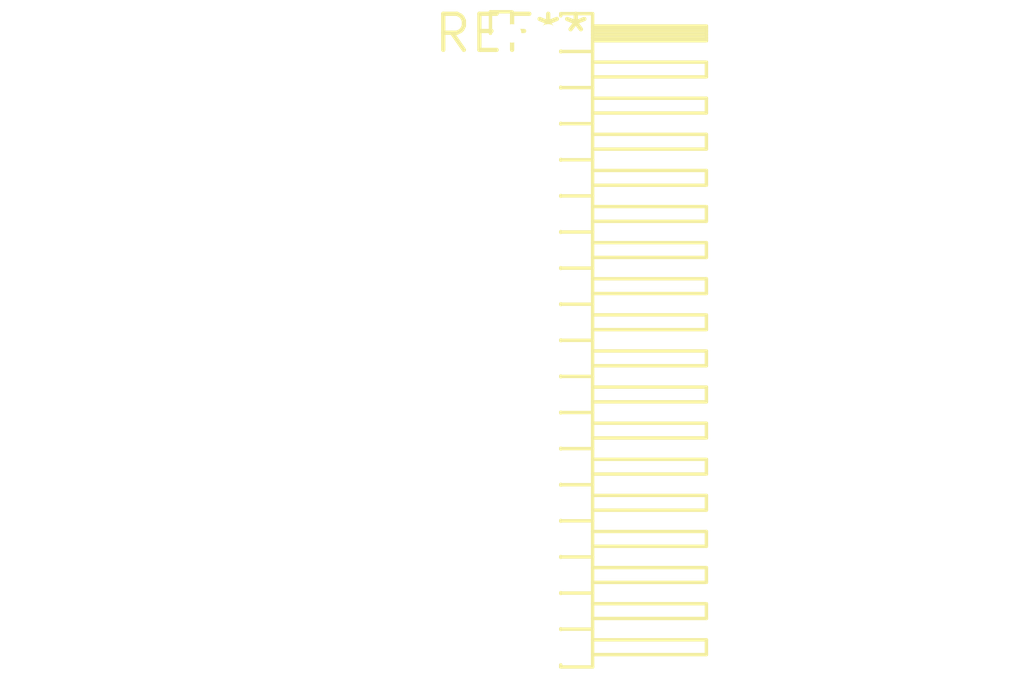
<source format=kicad_pcb>
(kicad_pcb (version 20240108) (generator pcbnew)
  (layers (0 "F.Cu" signal) (31 "B.Cu" signal) (34 "B.Paste" user) (35 "F.Paste" user) (36 "B.SilkS" user "B.Silkscreen") (37 "F.SilkS" user "F.Silkscreen") (38 "B.Mask" user) (39 "F.Mask" user) (44 "Edge.Cuts" user))
  (net 0 "")
  (footprint "PinHeader_2x18_P1.27mm_Horizontal" (layer "F.Cu") (at 0 0)
    (property "Reference" "REF**")
    (property "Value" "PinHeader_2x18_P1.27mm_Horizontal")
    (fp_line (start -0.76 -0.76) (end 0 -0.76) (layer "F.SilkS") (stroke (width 0.12)))
    (fp_line (start -0.76 0) (end -0.76 -0.76) (layer "F.SilkS") (stroke (width 0.12)))
    (fp_line (start 1.71 -0.695) (end 2.83 -0.695) (layer "F.SilkS") (stroke (width 0.12)))
    (fp_line (start 1.71 -0.619677) (end 1.71 -0.695) (layer "F.SilkS") (stroke (width 0.12)))
    (fp_line (start 1.71 0.619677) (end 1.71 0.650323) (layer "F.SilkS") (stroke (width 0.12)))
    (fp_line (start 1.71 0.635) (end 2.83 0.635) (layer "F.SilkS") (stroke (width 0.12)))
    (fp_line (start 1.71 1.889677) (end 1.71 1.920323) (layer "F.SilkS") (stroke (width 0.12)))
    (fp_line (start 1.71 1.905) (end 2.83 1.905) (layer "F.SilkS") (stroke (width 0.12)))
    (fp_line (start 1.71 3.159677) (end 1.71 3.190323) (layer "F.SilkS") (stroke (width 0.12)))
    (fp_line (start 1.71 3.175) (end 2.83 3.175) (layer "F.SilkS") (stroke (width 0.12)))
    (fp_line (start 1.71 4.429677) (end 1.71 4.460323) (layer "F.SilkS") (stroke (width 0.12)))
    (fp_line (start 1.71 4.445) (end 2.83 4.445) (layer "F.SilkS") (stroke (width 0.12)))
    (fp_line (start 1.71 5.699677) (end 1.71 5.730323) (layer "F.SilkS") (stroke (width 0.12)))
    (fp_line (start 1.71 5.715) (end 2.83 5.715) (layer "F.SilkS") (stroke (width 0.12)))
    (fp_line (start 1.71 6.969677) (end 1.71 7.000323) (layer "F.SilkS") (stroke (width 0.12)))
    (fp_line (start 1.71 6.985) (end 2.83 6.985) (layer "F.SilkS") (stroke (width 0.12)))
    (fp_line (start 1.71 8.239677) (end 1.71 8.270323) (layer "F.SilkS") (stroke (width 0.12)))
    (fp_line (start 1.71 8.255) (end 2.83 8.255) (layer "F.SilkS") (stroke (width 0.12)))
    (fp_line (start 1.71 9.509677) (end 1.71 9.540323) (layer "F.SilkS") (stroke (width 0.12)))
    (fp_line (start 1.71 9.525) (end 2.83 9.525) (layer "F.SilkS") (stroke (width 0.12)))
    (fp_line (start 1.71 10.779677) (end 1.71 10.810323) (layer "F.SilkS") (stroke (width 0.12)))
    (fp_line (start 1.71 10.795) (end 2.83 10.795) (layer "F.SilkS") (stroke (width 0.12)))
    (fp_line (start 1.71 12.049677) (end 1.71 12.080323) (layer "F.SilkS") (stroke (width 0.12)))
    (fp_line (start 1.71 12.065) (end 2.83 12.065) (layer "F.SilkS") (stroke (width 0.12)))
    (fp_line (start 1.71 13.319677) (end 1.71 13.350323) (layer "F.SilkS") (stroke (width 0.12)))
    (fp_line (start 1.71 13.335) (end 2.83 13.335) (layer "F.SilkS") (stroke (width 0.12)))
    (fp_line (start 1.71 14.589677) (end 1.71 14.620323) (layer "F.SilkS") (stroke (width 0.12)))
    (fp_line (start 1.71 14.605) (end 2.83 14.605) (layer "F.SilkS") (stroke (width 0.12)))
    (fp_line (start 1.71 15.859677) (end 1.71 15.890323) (layer "F.SilkS") (stroke (width 0.12)))
    (fp_line (start 1.71 15.875) (end 2.83 15.875) (layer "F.SilkS") (stroke (width 0.12)))
    (fp_line (start 1.71 17.129677) (end 1.71 17.160323) (layer "F.SilkS") (stroke (width 0.12)))
    (fp_line (start 1.71 17.145) (end 2.83 17.145) (layer "F.SilkS") (stroke (width 0.12)))
    (fp_line (start 1.71 18.399677) (end 1.71 18.430323) (layer "F.SilkS") (stroke (width 0.12)))
    (fp_line (start 1.71 18.415) (end 2.83 18.415) (layer "F.SilkS") (stroke (width 0.12)))
    (fp_line (start 1.71 19.669677) (end 1.71 19.700323) (layer "F.SilkS") (stroke (width 0.12)))
    (fp_line (start 1.71 19.685) (end 2.83 19.685) (layer "F.SilkS") (stroke (width 0.12)))
    (fp_line (start 1.71 20.939677) (end 1.71 20.970323) (layer "F.SilkS") (stroke (width 0.12)))
    (fp_line (start 1.71 20.955) (end 2.83 20.955) (layer "F.SilkS") (stroke (width 0.12)))
    (fp_line (start 1.71 22.285) (end 1.71 22.209677) (layer "F.SilkS") (stroke (width 0.12)))
    (fp_line (start 2.83 -0.695) (end 2.83 22.285) (layer "F.SilkS") (stroke (width 0.12)))
    (fp_line (start 2.83 -0.26) (end 6.83 -0.26) (layer "F.SilkS") (stroke (width 0.12)))
    (fp_line (start 2.83 -0.2) (end 6.83 -0.2) (layer "F.SilkS") (stroke (width 0.12)))
    (fp_line (start 2.83 -0.08) (end 6.83 -0.08) (layer "F.SilkS") (stroke (width 0.12)))
    (fp_line (start 2.83 0.04) (end 6.83 0.04) (layer "F.SilkS") (stroke (width 0.12)))
    (fp_line (start 2.83 0.16) (end 6.83 0.16) (layer "F.SilkS") (stroke (width 0.12)))
    (fp_line (start 2.83 1.01) (end 6.83 1.01) (layer "F.SilkS") (stroke (width 0.12)))
    (fp_line (start 2.83 2.28) (end 6.83 2.28) (layer "F.SilkS") (stroke (width 0.12)))
    (fp_line (start 2.83 3.55) (end 6.83 3.55) (layer "F.SilkS") (stroke (width 0.12)))
    (fp_line (start 2.83 4.82) (end 6.83 4.82) (layer "F.SilkS") (stroke (width 0.12)))
    (fp_line (start 2.83 6.09) (end 6.83 6.09) (layer "F.SilkS") (stroke (width 0.12)))
    (fp_line (start 2.83 7.36) (end 6.83 7.36) (layer "F.SilkS") (stroke (width 0.12)))
    (fp_line (start 2.83 8.63) (end 6.83 8.63) (layer "F.SilkS") (stroke (width 0.12)))
    (fp_line (start 2.83 9.9) (end 6.83 9.9) (layer "F.SilkS") (stroke (width 0.12)))
    (fp_line (start 2.83 11.17) (end 6.83 11.17) (layer "F.SilkS") (stroke (width 0.12)))
    (fp_line (start 2.83 12.44) (end 6.83 12.44) (layer "F.SilkS") (stroke (width 0.12)))
    (fp_line (start 2.83 13.71) (end 6.83 13.71) (layer "F.SilkS") (stroke (width 0.12)))
    (fp_line (start 2.83 14.98) (end 6.83 14.98) (layer "F.SilkS") (stroke (width 0.12)))
    (fp_line (start 2.83 16.25) (end 6.83 16.25) (layer "F.SilkS") (stroke (width 0.12)))
    (fp_line (start 2.83 17.52) (end 6.83 17.52) (layer "F.SilkS") (stroke (width 0.12)))
    (fp_line (start 2.83 18.79) (end 6.83 18.79) (layer "F.SilkS") (stroke (width 0.12)))
    (fp_line (start 2.83 20.06) (end 6.83 20.06) (layer "F.SilkS") (stroke (width 0.12)))
    (fp_line (start 2.83 21.33) (end 6.83 21.33) (layer "F.SilkS") (stroke (width 0.12)))
    (fp_line (start 2.83 22.285) (end 1.71 22.285) (layer "F.SilkS") (stroke (width 0.12)))
    (fp_line (start 6.83 -0.26) (end 6.83 0.26) (layer "F.SilkS") (stroke (width 0.12)))
    (fp_line (start 6.83 0.26) (end 2.83 0.26) (layer "F.SilkS") (stroke (width 0.12)))
    (fp_line (start 6.83 1.01) (end 6.83 1.53) (layer "F.SilkS") (stroke (width 0.12)))
    (fp_line (start 6.83 1.53) (end 2.83 1.53) (layer "F.SilkS") (stroke (width 0.12)))
    (fp_line (start 6.83 2.28) (end 6.83 2.8) (layer "F.SilkS") (stroke (width 0.12)))
    (fp_line (start 6.83 2.8) (end 2.83 2.8) (layer "F.SilkS") (stroke (width 0.12)))
    (fp_line (start 6.83 3.55) (end 6.83 4.07) (layer "F.SilkS") (stroke (width 0.12)))
    (fp_line (start 6.83 4.07) (end 2.83 4.07) (layer "F.SilkS") (stroke (width 0.12)))
    (fp_line (start 6.83 4.82) (end 6.83 5.34) (layer "F.SilkS") (stroke (width 0.12)))
    (fp_line (start 6.83 5.34) (end 2.83 5.34) (layer "F.SilkS") (stroke (width 0.12)))
    (fp_line (start 6.83 6.09) (end 6.83 6.61) (layer "F.SilkS") (stroke (width 0.12)))
    (fp_line (start 6.83 6.61) (end 2.83 6.61) (layer "F.SilkS") (stroke (width 0.12)))
    (fp_line (start 6.83 7.36) (end 6.83 7.88) (layer "F.SilkS") (stroke (width 0.12)))
    (fp_line (start 6.83 7.88) (end 2.83 7.88) (layer "F.SilkS") (stroke (width 0.12)))
    (fp_line (start 6.83 8.63) (end 6.83 9.15) (layer "F.SilkS") (stroke (width 0.12)))
    (fp_line (start 6.83 9.15) (end 2.83 9.15) (layer "F.SilkS") (stroke (width 0.12)))
    (fp_line (start 6.83 9.9) (end 6.83 10.42) (layer "F.SilkS") (stroke (width 0.12)))
    (fp_line (start 6.83 10.42) (end 2.83 10.42) (layer "F.SilkS") (stroke (width 0.12)))
    (fp_line (start 6.83 11.17) (end 6.83 11.69) (layer "F.SilkS") (stroke (width 0.12)))
    (fp_line (start 6.83 11.69) (end 2.83 11.69) (layer "F.SilkS") (stroke (width 0.12)))
    (fp_line (start 6.83 12.44) (end 6.83 12.96) (layer "F.SilkS") (stroke (width 0.12)))
    (fp_line (start 6.83 12.96) (end 2.83 12.96) (layer "F.SilkS") (stroke (width 0.12)))
    (fp_line (start 6.83 13.71) (end 6.83 14.23) (layer "F.SilkS") (stroke (width 0.12)))
    (fp_line (start 6.83 14.23) (end 2.83 14.23) (layer "F.SilkS") (stroke (width 0.12)))
    (fp_line (start 6.83 14.98) (end 6.83 15.5) (layer "F.SilkS") (stroke (width 0.12)))
    (fp_line (start 6.83 15.5) (end 2.83 15.5) (layer "F.SilkS") (stroke (width 0.12)))
    (fp_line (start 6.83 16.25) (end 6.83 16.77) (layer "F.SilkS") (stroke (width 0.12)))
    (fp_line (start 6.83 16.77) (end 2.83 16.77) (layer "F.SilkS") (stroke (width 0.12)))
    (fp_line (start 6.83 17.52) (end 6.83 18.04) (layer "F.SilkS") (stroke (width 0.12)))
    (fp_line (start 6.83 18.04) (end 2.83 18.04) (layer "F.SilkS") (stroke (width 0.12)))
    (fp_line (start 6.83 18.79) (end 6.83 19.31) (layer "F.SilkS") (stroke (width 0.12)))
    (fp_line (start 6.83 19.31) (end 2.83 19.31) (layer "F.SilkS") (stroke (width 0.12)))
    (fp_line (start 6.83 20.06) (end 6.83 20.58) (layer "F.SilkS") (stroke (width 0.12)))
    (fp_line (start 6.83 20.58) (end 2.83 20.58) (layer "F.SilkS") (stroke (width 0.12)))
    (fp_line (start 6.83 21.33) (end 6.83 21.85) (layer "F.SilkS") (stroke (width 0.12)))
    (fp_line (start 6.83 21.85) (end 2.83 21.85) (layer "F.SilkS") (stroke (width 0.12)))
    (pad "1" thru_hole rect (at 0 0) (size 1 1) (drill 0.65) (layers *.Cu *.Mask) (remove_unused_layers))
    (pad "2" thru_hole oval (at 1.27 0) (size 1 1) (drill 0.65) (layers *.Cu *.Mask) (remove_unused_layers))
    (pad "3" thru_hole oval (at 0 1.27) (size 1 1) (drill 0.65) (layers *.Cu *.Mask) (remove_unused_layers))
    (pad "4" thru_hole oval (at 1.27 1.27) (size 1 1) (drill 0.65) (layers *.Cu *.Mask) (remove_unused_layers))
    (pad "5" thru_hole oval (at 0 2.54) (size 1 1) (drill 0.65) (layers *.Cu *.Mask) (remove_unused_layers))
    (pad "6" thru_hole oval (at 1.27 2.54) (size 1 1) (drill 0.65) (layers *.Cu *.Mask) (remove_unused_layers))
    (pad "7" thru_hole oval (at 0 3.81) (size 1 1) (drill 0.65) (layers *.Cu *.Mask) (remove_unused_layers))
    (pad "8" thru_hole oval (at 1.27 3.81) (size 1 1) (drill 0.65) (layers *.Cu *.Mask) (remove_unused_layers))
    (pad "9" thru_hole oval (at 0 5.08) (size 1 1) (drill 0.65) (layers *.Cu *.Mask) (remove_unused_layers))
    (pad "10" thru_hole oval (at 1.27 5.08) (size 1 1) (drill 0.65) (layers *.Cu *.Mask) (remove_unused_layers))
    (pad "11" thru_hole oval (at 0 6.35) (size 1 1) (drill 0.65) (layers *.Cu *.Mask) (remove_unused_layers))
    (pad "12" thru_hole oval (at 1.27 6.35) (size 1 1) (drill 0.65) (layers *.Cu *.Mask) (remove_unused_layers))
    (pad "13" thru_hole oval (at 0 7.62) (size 1 1) (drill 0.65) (layers *.Cu *.Mask) (remove_unused_layers))
    (pad "14" thru_hole oval (at 1.27 7.62) (size 1 1) (drill 0.65) (layers *.Cu *.Mask) (remove_unused_layers))
    (pad "15" thru_hole oval (at 0 8.89) (size 1 1) (drill 0.65) (layers *.Cu *.Mask) (remove_unused_layers))
    (pad "16" thru_hole oval (at 1.27 8.89) (size 1 1) (drill 0.65) (layers *.Cu *.Mask) (remove_unused_layers))
    (pad "17" thru_hole oval (at 0 10.16) (size 1 1) (drill 0.65) (layers *.Cu *.Mask) (remove_unused_layers))
    (pad "18" thru_hole oval (at 1.27 10.16) (size 1 1) (drill 0.65) (layers *.Cu *.Mask) (remove_unused_layers))
    (pad "19" thru_hole oval (at 0 11.43) (size 1 1) (drill 0.65) (layers *.Cu *.Mask) (remove_unused_layers))
    (pad "20" thru_hole oval (at 1.27 11.43) (size 1 1) (drill 0.65) (layers *.Cu *.Mask) (remove_unused_layers))
    (pad "21" thru_hole oval (at 0 12.7) (size 1 1) (drill 0.65) (layers *.Cu *.Mask) (remove_unused_layers))
    (pad "22" thru_hole oval (at 1.27 12.7) (size 1 1) (drill 0.65) (layers *.Cu *.Mask) (remove_unused_layers))
    (pad "23" thru_hole oval (at 0 13.97) (size 1 1) (drill 0.65) (layers *.Cu *.Mask) (remove_unused_layers))
    (pad "24" thru_hole oval (at 1.27 13.97) (size 1 1) (drill 0.65) (layers *.Cu *.Mask) (remove_unused_layers))
    (pad "25" thru_hole oval (at 0 15.24) (size 1 1) (drill 0.65) (layers *.Cu *.Mask) (remove_unused_layers))
    (pad "26" thru_hole oval (at 1.27 15.24) (size 1 1) (drill 0.65) (layers *.Cu *.Mask) (remove_unused_layers))
    (pad "27" thru_hole oval (at 0 16.51) (size 1 1) (drill 0.65) (layers *.Cu *.Mask) (remove_unused_layers))
    (pad "28" thru_hole oval (at 1.27 16.51) (size 1 1) (drill 0.65) (layers *.Cu *.Mask) (remove_unused_layers))
    (pad "29" thru_hole oval (at 0 17.78) (size 1 1) (drill 0.65) (layers *.Cu *.Mask) (remove_unused_layers))
    (pad "30" thru_hole oval (at 1.27 17.78) (size 1 1) (drill 0.65) (layers *.Cu *.Mask) (remove_unused_layers))
    (pad "31" thru_hole oval (at 0 19.05) (size 1 1) (drill 0.65) (layers *.Cu *.Mask) (remove_unused_layers))
    (pad "32" thru_hole oval (at 1.27 19.05) (size 1 1) (drill 0.65) (layers *.Cu *.Mask) (remove_unused_layers))
    (pad "33" thru_hole oval (at 0 20.32) (size 1 1) (drill 0.65) (layers *.Cu *.Mask) (remove_unused_layers))
    (pad "34" thru_hole oval (at 1.27 20.32) (size 1 1) (drill 0.65) (layers *.Cu *.Mask) (remove_unused_layers))
    (pad "35" thru_hole oval (at 0 21.59) (size 1 1) (drill 0.65) (layers *.Cu *.Mask) (remove_unused_layers))
    (pad "36" thru_hole oval (at 1.27 21.59) (size 1 1) (drill 0.65) (layers *.Cu *.Mask) (remove_unused_layers))
  )
)
</source>
